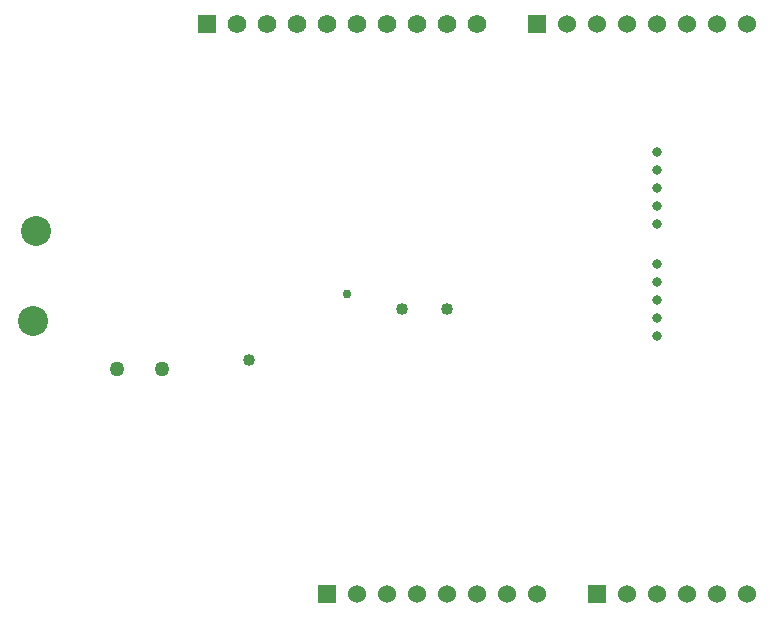
<source format=gbr>
%TF.GenerationSoftware,Altium Limited,Altium Designer,25.5.2 (35)*%
G04 Layer_Color=16711935*
%FSLAX45Y45*%
%MOMM*%
%TF.SameCoordinates,BFD2D179-1F78-4762-B65C-0EBC3C109862*%
%TF.FilePolarity,Negative*%
%TF.FileFunction,Soldermask,Bot*%
%TF.Part,Single*%
G01*
G75*
%TA.AperFunction,ComponentPad*%
%ADD21R,1.53000X1.53000*%
%ADD22C,1.53000*%
%ADD23C,1.57000*%
%ADD24R,1.57000X1.57000*%
%TA.AperFunction,ViaPad*%
%ADD25C,2.54000*%
%ADD26C,1.01600*%
%ADD27C,0.81280*%
%ADD28C,0.76200*%
%ADD29C,1.27000*%
D21*
X4572000Y5080000D02*
D03*
X5080000Y254000D02*
D03*
X2794000D02*
D03*
D22*
X4826000Y5080000D02*
D03*
X5080000D02*
D03*
X5334000D02*
D03*
X5588000D02*
D03*
X5842000D02*
D03*
X6096000D02*
D03*
X6350000D02*
D03*
X5334000Y254000D02*
D03*
X5588000D02*
D03*
X5842000D02*
D03*
X6096000D02*
D03*
X6350000D02*
D03*
X3048000D02*
D03*
X3302000D02*
D03*
X3556000D02*
D03*
X3810000D02*
D03*
X4572000D02*
D03*
X4064000D02*
D03*
X4318000D02*
D03*
D23*
X4064000Y5080000D02*
D03*
X3810000D02*
D03*
X3556000D02*
D03*
X3302000D02*
D03*
X3048000D02*
D03*
X2794000D02*
D03*
X2286000D02*
D03*
X2032000D02*
D03*
X2540000D02*
D03*
D24*
X1778000D02*
D03*
D25*
X304800Y2565400D02*
D03*
X330200Y3327400D02*
D03*
D26*
X3810000Y2667000D02*
D03*
X2133600Y2235200D02*
D03*
X3429000Y2667000D02*
D03*
D27*
X5588000Y2438400D02*
D03*
Y2743200D02*
D03*
Y3390900D02*
D03*
Y3048000D02*
D03*
Y2895600D02*
D03*
Y3543300D02*
D03*
Y3848100D02*
D03*
Y2590800D02*
D03*
Y4000500D02*
D03*
Y3695700D02*
D03*
D28*
X2959100Y2794000D02*
D03*
D29*
X1397000Y2159000D02*
D03*
X1016000D02*
D03*
%TF.MD5,14079edf7c8029167cef8f11c6d17222*%
M02*

</source>
